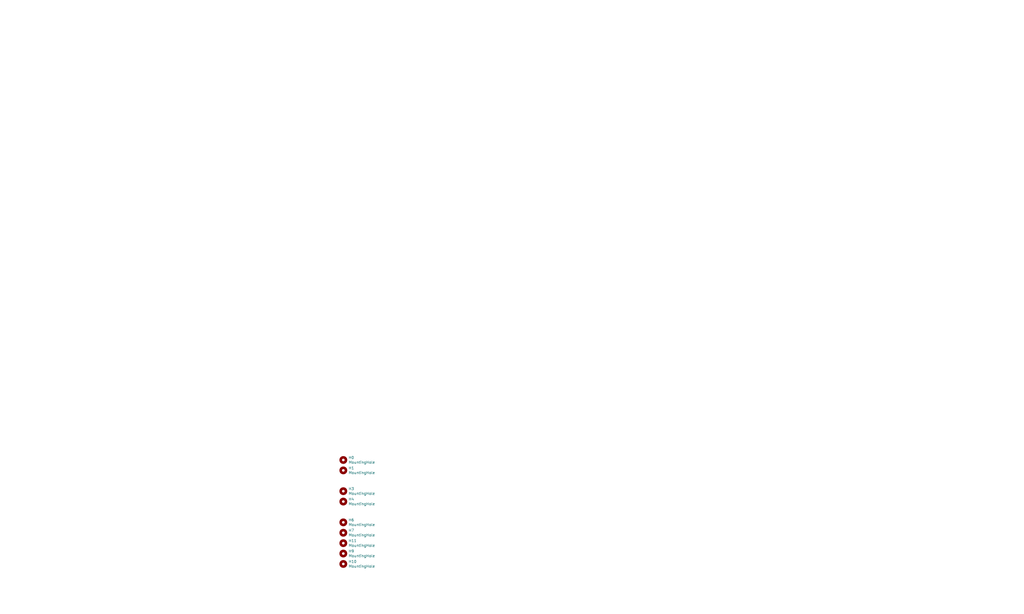
<source format=kicad_sch>
(kicad_sch (version 20211123) (generator eeschema)
  (paper "User" 499.999 299.999)
  (title_block (title "EnvKB") (date "2021-03-08") (rev "Rev.B") (company "Envious Media"))
  (lib_symbols
    (symbol "Mechanical:MountingHole" (pin_names (offset 1.016))
      (property "Reference" "H" (at 0 5.08 0))
      (property "Value" "MountingHole" (at 0 3.175 0))
      (symbol "MountingHole_0_1"
        (circle (center 0 0) (radius 1.27) (stroke (width 1.27)))
      )
    )
  )
  (symbol (lib_id "Mechanical:MountingHole") (at 167.64 240.03 0) (unit 1)
    (property "Reference" "H3" (at 170.18 238.8616 0) (effects (justify left)))
    (property "Value" "MountingHole" (at 170.18 241.173 0) (effects (justify left)))
    (property "Footprint" "MountingHole:MountingHole_2.2mm_M2_Pad" (effects hide))
  )
  (symbol (lib_id "Mechanical:MountingHole") (at 167.64 224.79 0) (unit 1)
    (property "Reference" "H0" (at 170.18 223.6216 0) (effects (justify left)))
    (property "Value" "MountingHole" (at 170.18 225.933 0) (effects (justify left)))
    (property "Footprint" "MountingHole:MountingHole_2.2mm_M2_Pad" (effects hide))
  )
  (symbol (lib_id "Mechanical:MountingHole") (at 167.64 229.87 0) (unit 1)
    (property "Reference" "H1" (at 170.18 228.7016 0) (effects (justify left)))
    (property "Value" "MountingHole" (at 170.18 231.013 0) (effects (justify left)))
    (property "Footprint" "MountingHole:MountingHole_2.2mm_M2_Pad" (effects hide))
  )
  (symbol (lib_id "Mechanical:MountingHole") (at 167.64 245.11 0) (unit 1)
    (property "Reference" "H4" (at 170.18 243.9416 0) (effects (justify left)))
    (property "Value" "MountingHole" (at 170.18 246.253 0) (effects (justify left)))
    (property "Footprint" "MountingHole:MountingHole_2.2mm_M2_Pad" (effects hide))
  )
  (symbol (lib_id "Mechanical:MountingHole") (at 167.64 270.51 0) (unit 1)
    (property "Reference" "H9" (at 170.18 269.3416 0) (effects (justify left)))
    (property "Value" "MountingHole" (at 170.18 271.653 0) (effects (justify left)))
    (property "Footprint" "MountingHole:MountingHole_2.2mm_M2_Pad" (effects hide))
  )
  (symbol (lib_id "Mechanical:MountingHole") (at 167.64 275.59 0) (unit 1)
    (property "Reference" "H10" (at 170.18 274.4216 0) (effects (justify left)))
    (property "Value" "MountingHole" (at 170.18 276.733 0) (effects (justify left)))
    (property "Footprint" "MountingHole:MountingHole_2.2mm_M2_Pad" (effects hide))
  )
  (symbol (lib_id "Mechanical:MountingHole") (at 167.64 255.27 0) (unit 1)
    (property "Reference" "H6" (at 170.18 254.1016 0) (effects (justify left)))
    (property "Value" "MountingHole" (at 170.18 256.413 0) (effects (justify left)))
    (property "Footprint" "MountingHole:MountingHole_2.2mm_M2_Pad" (effects hide))
  )
  (symbol (lib_id "Mechanical:MountingHole") (at 167.64 260.35 0) (unit 1)
    (property "Reference" "H7" (at 170.18 259.1816 0) (effects (justify left)))
    (property "Value" "MountingHole" (at 170.18 261.493 0) (effects (justify left)))
    (property "Footprint" "MountingHole:MountingHole_2.2mm_M2_Pad" (effects hide))
  )
  (symbol (lib_id "Mechanical:MountingHole") (at 167.64 265.43 0) (unit 1)
    (property "Reference" "H11" (at 170.18 264.2616 0) (effects (justify left)))
    (property "Value" "MountingHole" (at 170.18 266.573 0) (effects (justify left)))
    (property "Footprint" "MountingHole:MountingHole_2.2mm_M2_Pad" (effects hide))
  )
)
</source>
